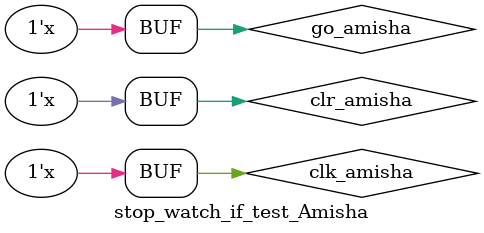
<source format=v>
`timescale 1ns / 1ps


module stop_watch_if_test_Amisha;
	// Inputs
	reg clk_amisha;
	reg go_amisha;
	reg clr_amisha;
	// Outputs
	wire [3:0] d2_amisha;
	wire [3:0] d1_amisha;
	wire [3:0] d0_amisha;
	// Instantiate the Unit Under Test (UUT)
	stop_watch_if_Amisha uut (
		.clk_amisha(clk_amisha), 
		.go_amisha(go_amisha), 
		.clr_amisha(clr_amisha), 
		.d2_amisha(d2_amisha), 
		.d1_amisha(d1_amisha), 
		.d0_amisha(d0_amisha)
	);
	initial begin
		clk_amisha = 0;
		go_amisha = 0;
		clr_amisha = 0;
		#100;
	end
always #50 clk_amisha = ~clk_amisha;  
always #100 go_amisha = ~go_amisha; 
always #150 clr_amisha = ~clr_amisha;         
endmodule


</source>
